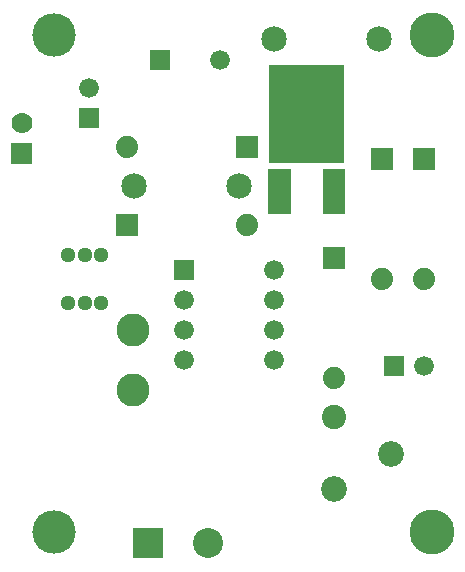
<source format=gts>
G04 start of page 11 for group -4063 idx -4063 *
G04 Title: (unknown), componentmask *
G04 Creator: pcb 20110918 *
G04 CreationDate: Tue 15 Sep 2015 17:10:51 GMT UTC *
G04 For: ksarkies *
G04 Format: Gerber/RS-274X *
G04 PCB-Dimensions: 157480 196850 *
G04 PCB-Coordinate-Origin: lower left *
%MOIN*%
%FSLAX25Y25*%
%LNTOPMASK*%
%ADD187R,0.0746X0.0746*%
%ADD186R,0.2478X0.2478*%
%ADD185C,0.0810*%
%ADD184C,0.0510*%
%ADD183C,0.0700*%
%ADD182C,0.1500*%
%ADD181C,0.0740*%
%ADD180C,0.0850*%
%ADD179C,0.1450*%
%ADD178C,0.1100*%
%ADD177C,0.1000*%
%ADD176C,0.0001*%
%ADD175C,0.0860*%
%ADD174C,0.0660*%
G54D174*X59000Y72850D03*
X89000D03*
Y82850D03*
G54D175*X109000Y29850D03*
G54D176*G36*
X42244Y16811D02*Y6811D01*
X52244D01*
Y16811D01*
X42244D01*
G37*
G54D177*X67244Y11811D03*
G54D178*X42000Y62850D03*
G54D179*X15748Y15748D03*
G54D176*G36*
X47700Y176150D02*Y169550D01*
X54300D01*
Y176150D01*
X47700D01*
G37*
G54D174*X71000Y172850D03*
X89000Y102850D03*
G54D180*X77500Y130850D03*
G54D176*G36*
X76300Y147550D02*Y140150D01*
X83700D01*
Y147550D01*
X76300D01*
G37*
G54D181*X80000Y117850D03*
G54D176*G36*
X1500Y145350D02*Y138350D01*
X8500D01*
Y145350D01*
X1500D01*
G37*
G54D180*X42500Y130850D03*
G54D181*X40000Y143850D03*
G54D176*G36*
X135300Y143550D02*Y136150D01*
X142700D01*
Y143550D01*
X135300D01*
G37*
G36*
X121300D02*Y136150D01*
X128700D01*
Y143550D01*
X121300D01*
G37*
G54D180*X89193Y179921D03*
X124193D03*
G54D182*X141732Y181102D03*
G54D176*G36*
X24259Y156843D02*Y150243D01*
X30859D01*
Y156843D01*
X24259D01*
G37*
G54D174*X27559Y163543D03*
G54D179*X15748Y181102D03*
G54D176*G36*
X55700Y106150D02*Y99550D01*
X62300D01*
Y106150D01*
X55700D01*
G37*
G54D174*X59000Y92850D03*
Y82850D03*
G54D183*X5000Y151850D03*
G54D176*G36*
X36300Y121550D02*Y114150D01*
X43700D01*
Y121550D01*
X36300D01*
G37*
G54D184*X31500Y107850D03*
X20500D03*
X26000D03*
X20500Y91850D03*
X26000D03*
X31500D03*
G54D178*X42000Y82850D03*
G54D174*X89000Y92850D03*
G54D176*G36*
X105300Y110550D02*Y103150D01*
X112700D01*
Y110550D01*
X105300D01*
G37*
G54D185*X109000Y53850D03*
G54D175*X128000Y41750D03*
G54D181*X139000Y99850D03*
X109000Y66850D03*
X125000Y99850D03*
G54D176*G36*
X125700Y74150D02*Y67550D01*
X132300D01*
Y74150D01*
X125700D01*
G37*
G54D174*X139000Y70850D03*
G54D182*X141732Y15748D03*
G54D186*X100000Y158724D02*Y150850D01*
G54D187*X109055Y132739D02*Y125258D01*
X90945Y132739D02*Y125258D01*
M02*

</source>
